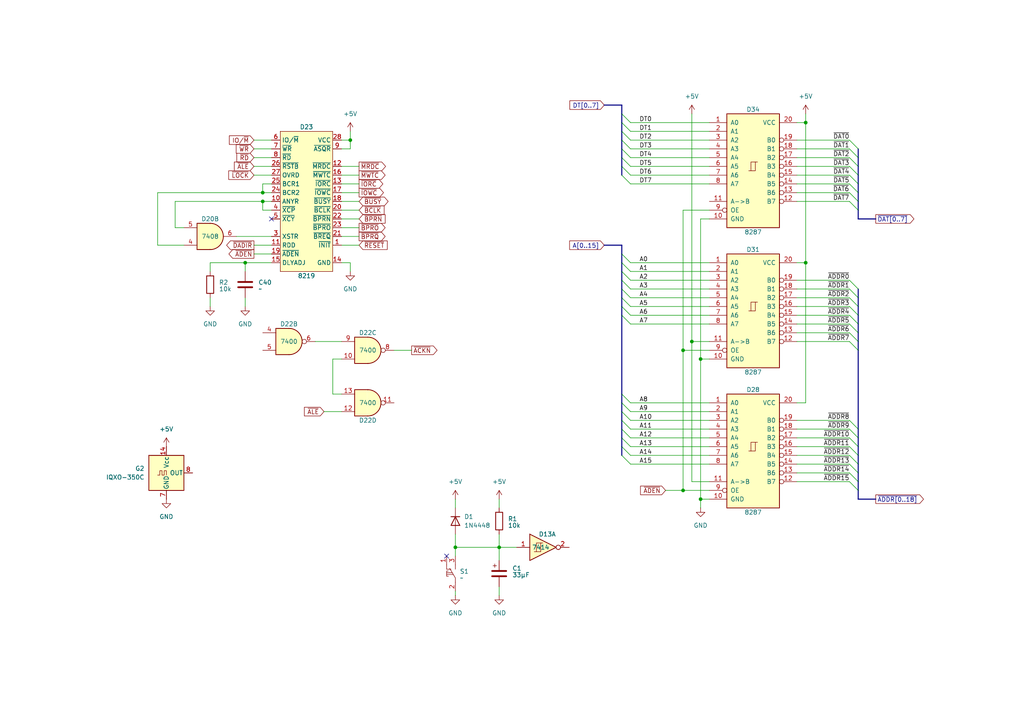
<source format=kicad_sch>
(kicad_sch (version 20250114) (generator "eeschema") (generator_version "9.0")
  (paper "A4")
  (title_block (title "Micro Processor Unit"))
  (lib_symbols
    (symbol "74LS00_1" (pin_names (offset 1.016))
      (property "Reference" "D" (at 0 5.08 0))
      (property "Value" "7400" (at 0 0 0))
      (symbol "74LS00_1_1_1"
        (pin input line (at -7.62 2.54 0) (length 3.81) (name "~") (number "1"))
        (pin input line (at -7.62 -2.54 0) (length 3.81) (name "~") (number "2"))
        (pin output inverted (at 7.62 0 180) (length 3.81) (name "~") (number "3"))
      )
      (symbol "74LS00_1_1_2"
        (pin input inverted (at -7.62 2.54 0) (length 4.318) (name "~") (number "1"))
        (pin input inverted (at -7.62 -2.54 0) (length 4.318) (name "~") (number "2"))
        (pin output line (at 7.62 0 180) (length 3.81) (name "~") (number "3"))
      )
      (symbol "74LS00_1_2_1"
        (pin input line (at -7.62 2.54 0) (length 3.81) (name "~") (number "4"))
        (pin input line (at -7.62 -2.54 0) (length 3.81) (name "~") (number "5"))
        (pin output inverted (at 7.62 0 180) (length 3.81) (name "~") (number "6"))
      )
      (symbol "74LS00_1_2_2"
        (pin input inverted (at -7.62 2.54 0) (length 4.318) (name "~") (number "4"))
        (pin input inverted (at -7.62 -2.54 0) (length 4.318) (name "~") (number "5"))
        (pin output line (at 7.62 0 180) (length 3.81) (name "~") (number "6"))
      )
      (symbol "74LS00_1_3_1"
        (pin input line (at -7.62 2.54 0) (length 3.81) (name "~") (number "9"))
        (pin input line (at -7.62 -2.54 0) (length 3.81) (name "~") (number "10"))
        (pin output inverted (at 7.62 0 180) (length 3.81) (name "~") (number "8"))
      )
      (symbol "74LS00_1_3_2"
        (pin input inverted (at -7.62 2.54 0) (length 4.318) (name "~") (number "9"))
        (pin input inverted (at -7.62 -2.54 0) (length 4.318) (name "~") (number "10"))
        (pin output line (at 7.62 0 180) (length 3.81) (name "~") (number "8"))
      )
      (symbol "74LS00_1_4_1"
        (pin input line (at -7.62 2.54 0) (length 3.81) (name "~") (number "12"))
        (pin input line (at -7.62 -2.54 0) (length 3.81) (name "~") (number "13"))
        (pin output inverted (at 7.62 0 180) (length 3.81) (name "~") (number "11"))
      )
      (symbol "74LS00_1_4_2"
        (pin input inverted (at -7.62 2.54 0) (length 4.318) (name "~") (number "12"))
        (pin input inverted (at -7.62 -2.54 0) (length 4.318) (name "~") (number "13"))
        (pin output line (at 7.62 0 180) (length 3.81) (name "~") (number "11"))
      )
      (symbol "74LS00_1_5_0"
        (pin power_in line (at 0 12.7 270) (length 5.08) (name "VCC") (number "14"))
        (pin power_in line (at 0 -12.7 90) (length 5.08) (name "GND") (number "7"))
      )
    )
    (symbol "74LS00_2" (pin_names (offset 1.016))
      (property "Reference" "D" (at 0 5.08 0))
      (property "Value" "7400" (at 0 0 0))
      (symbol "74LS00_2_1_1"
        (pin input line (at -7.62 2.54 0) (length 3.81) (name "~") (number "1"))
        (pin input line (at -7.62 -2.54 0) (length 3.81) (name "~") (number "2"))
        (pin output inverted (at 7.62 0 180) (length 3.81) (name "~") (number "3"))
      )
      (symbol "74LS00_2_1_2"
        (pin input inverted (at -7.62 2.54 0) (length 4.318) (name "~") (number "1"))
        (pin input inverted (at -7.62 -2.54 0) (length 4.318) (name "~") (number "2"))
        (pin output line (at 7.62 0 180) (length 3.81) (name "~") (number "3"))
      )
      (symbol "74LS00_2_2_1"
        (pin input line (at -7.62 2.54 0) (length 3.81) (name "~") (number "4"))
        (pin input line (at -7.62 -2.54 0) (length 3.81) (name "~") (number "5"))
        (pin output inverted (at 7.62 0 180) (length 3.81) (name "~") (number "6"))
      )
      (symbol "74LS00_2_2_2"
        (pin input inverted (at -7.62 2.54 0) (length 4.318) (name "~") (number "4"))
        (pin input inverted (at -7.62 -2.54 0) (length 4.318) (name "~") (number "5"))
        (pin output line (at 7.62 0 180) (length 3.81) (name "~") (number "6"))
      )
      (symbol "74LS00_2_3_1"
        (pin input line (at -7.62 2.54 0) (length 3.81) (name "~") (number "9"))
        (pin input line (at -7.62 -2.54 0) (length 3.81) (name "~") (number "10"))
        (pin output inverted (at 7.62 0 180) (length 3.81) (name "~") (number "8"))
      )
      (symbol "74LS00_2_3_2"
        (pin input inverted (at -7.62 2.54 0) (length 4.318) (name "~") (number "9"))
        (pin input inverted (at -7.62 -2.54 0) (length 4.318) (name "~") (number "10"))
        (pin output line (at 7.62 0 180) (length 3.81) (name "~") (number "8"))
      )
      (symbol "74LS00_2_4_1"
        (pin input line (at -7.62 2.54 0) (length 3.81) (name "~") (number "12"))
        (pin input line (at -7.62 -2.54 0) (length 3.81) (name "~") (number "13"))
        (pin output inverted (at 7.62 0 180) (length 3.81) (name "~") (number "11"))
      )
      (symbol "74LS00_2_4_2"
        (pin input inverted (at -7.62 2.54 0) (length 4.318) (name "~") (number "12"))
        (pin input inverted (at -7.62 -2.54 0) (length 4.318) (name "~") (number "13"))
        (pin output line (at 7.62 0 180) (length 3.81) (name "~") (number "11"))
      )
      (symbol "74LS00_2_5_0"
        (pin power_in line (at 0 12.7 270) (length 5.08) (name "VCC") (number "14"))
        (pin power_in line (at 0 -12.7 90) (length 5.08) (name "GND") (number "7"))
      )
    )
    (symbol "74LS00_3" (pin_names (offset 1.016))
      (property "Reference" "D" (at 0 5.08 0))
      (property "Value" "7400" (at 0 0 0))
      (symbol "74LS00_3_1_1"
        (pin input line (at -7.62 2.54 0) (length 3.81) (name "~") (number "1"))
        (pin input line (at -7.62 -2.54 0) (length 3.81) (name "~") (number "2"))
        (pin output inverted (at 7.62 0 180) (length 3.81) (name "~") (number "3"))
      )
      (symbol "74LS00_3_1_2"
        (pin input inverted (at -7.62 2.54 0) (length 4.318) (name "~") (number "1"))
        (pin input inverted (at -7.62 -2.54 0) (length 4.318) (name "~") (number "2"))
        (pin output line (at 7.62 0 180) (length 3.81) (name "~") (number "3"))
      )
      (symbol "74LS00_3_2_1"
        (pin input line (at -7.62 2.54 0) (length 3.81) (name "~") (number "4"))
        (pin input line (at -7.62 -2.54 0) (length 3.81) (name "~") (number "5"))
        (pin output inverted (at 7.62 0 180) (length 3.81) (name "~") (number "6"))
      )
      (symbol "74LS00_3_2_2"
        (pin input inverted (at -7.62 2.54 0) (length 4.318) (name "~") (number "4"))
        (pin input inverted (at -7.62 -2.54 0) (length 4.318) (name "~") (number "5"))
        (pin output line (at 7.62 0 180) (length 3.81) (name "~") (number "6"))
      )
      (symbol "74LS00_3_3_1"
        (pin input line (at -7.62 2.54 0) (length 3.81) (name "~") (number "9"))
        (pin input line (at -7.62 -2.54 0) (length 3.81) (name "~") (number "10"))
        (pin output inverted (at 7.62 0 180) (length 3.81) (name "~") (number "8"))
      )
      (symbol "74LS00_3_3_2"
        (pin input inverted (at -7.62 2.54 0) (length 4.318) (name "~") (number "9"))
        (pin input inverted (at -7.62 -2.54 0) (length 4.318) (name "~") (number "10"))
        (pin output line (at 7.62 0 180) (length 3.81) (name "~") (number "8"))
      )
      (symbol "74LS00_3_4_1"
        (pin input line (at -7.62 2.54 0) (length 3.81) (name "~") (number "12"))
        (pin input line (at -7.62 -2.54 0) (length 3.81) (name "~") (number "13"))
        (pin output inverted (at 7.62 0 180) (length 3.81) (name "~") (number "11"))
      )
      (symbol "74LS00_3_4_2"
        (pin input inverted (at -7.62 2.54 0) (length 4.318) (name "~") (number "12"))
        (pin input inverted (at -7.62 -2.54 0) (length 4.318) (name "~") (number "13"))
        (pin output line (at 7.62 0 180) (length 3.81) (name "~") (number "11"))
      )
      (symbol "74LS00_3_5_0"
        (pin power_in line (at 0 12.7 270) (length 5.08) (name "VCC") (number "14"))
        (pin power_in line (at 0 -12.7 90) (length 5.08) (name "GND") (number "7"))
      )
    )
    (symbol "Diode:1N4448" (pin_numbers (hide yes)) (pin_names (hide yes))
      (property "Reference" "D" (at 0 2.54 0))
      (property "Value" "1N4448" (at 0 -2.54 0))
      (symbol "1N4448_1_1"
        (pin passive line (at -3.81 0 0) (length 2.54) (name "K") (number "1"))
        (pin passive line (at 3.81 0 180) (length 2.54) (name "A") (number "2"))
      )
    )
    (symbol "Georg:1840.6131"
      (property "Reference" "S" (at 0 -1.27 0))
      (symbol "1840.6131_0_0"
        (pin passive line (at -5.08 0 0) (length 2.54) (name "") (number "2"))
        (pin passive line (at 5.08 2.54 180) (length 2.54) (name "") (number "1"))
        (pin passive line (at 5.08 0 180) (length 2.54) (name "") (number "3"))
      )
    )
    (symbol "Georg:74LS08" (pin_names (offset 1.016))
      (property "Reference" "D" (at 0 5.08 0))
      (property "Value" "7408" (at 0 0 0))
      (symbol "74LS08_1_1"
        (pin input line (at -7.62 2.54 0) (length 3.81) (name "~") (number "1"))
        (pin input line (at -7.62 -2.54 0) (length 3.81) (name "~") (number "2"))
        (pin output line (at 7.62 0 180) (length 3.81) (name "~") (number "3"))
      )
      (symbol "74LS08_1_2"
        (pin input inverted (at -7.62 2.54 0) (length 4.318) (name "~") (number "1"))
        (pin input inverted (at -7.62 -2.54 0) (length 4.318) (name "~") (number "2"))
        (pin output inverted (at 7.62 0 180) (length 3.81) (name "~") (number "3"))
      )
      (symbol "74LS08_2_1"
        (pin input line (at -7.62 2.54 0) (length 3.81) (name "~") (number "4"))
        (pin input line (at -7.62 -2.54 0) (length 3.81) (name "~") (number "5"))
        (pin output line (at 7.62 0 180) (length 3.81) (name "~") (number "6"))
      )
      (symbol "74LS08_2_2"
        (pin input inverted (at -7.62 2.54 0) (length 4.318) (name "~") (number "4"))
        (pin input inverted (at -7.62 -2.54 0) (length 4.318) (name "~") (number "5"))
        (pin output inverted (at 7.62 0 180) (length 3.81) (name "~") (number "6"))
      )
      (symbol "74LS08_3_1"
        (pin input line (at -7.62 2.54 0) (length 3.81) (name "~") (number "9"))
        (pin input line (at -7.62 -2.54 0) (length 3.81) (name "~") (number "10"))
        (pin output line (at 7.62 0 180) (length 3.81) (name "~") (number "8"))
      )
      (symbol "74LS08_3_2"
        (pin input inverted (at -7.62 2.54 0) (length 4.318) (name "~") (number "9"))
        (pin input inverted (at -7.62 -2.54 0) (length 4.318) (name "~") (number "10"))
        (pin output inverted (at 7.62 0 180) (length 3.81) (name "~") (number "8"))
      )
      (symbol "74LS08_4_1"
        (pin input line (at -7.62 2.54 0) (length 3.81) (name "~") (number "12"))
        (pin input line (at -7.62 -2.54 0) (length 3.81) (name "~") (number "13"))
        (pin output line (at 7.62 0 180) (length 3.81) (name "~") (number "11"))
      )
      (symbol "74LS08_4_2"
        (pin input inverted (at -7.62 2.54 0) (length 4.318) (name "~") (number "12"))
        (pin input inverted (at -7.62 -2.54 0) (length 4.318) (name "~") (number "13"))
        (pin output inverted (at 7.62 0 180) (length 3.81) (name "~") (number "11"))
      )
      (symbol "74LS08_5_0"
        (pin power_in line (at 0 12.7 270) (length 5.08) (name "VCC") (number "14"))
        (pin power_in line (at 0 -12.7 90) (length 5.08) (name "GND") (number "7"))
      )
    )
    (symbol "Georg:74LS14" (pin_names (offset 1.016))
      (property "Reference" "D" (at 1.27 3.81 0))
      (property "Value" "7414" (at -0.635 0 0))
      (symbol "74LS14_1_0"
        (pin input line (at -7.62 0 0) (length 3.81) (name "~") (number "1"))
        (pin output inverted (at 7.62 0 180) (length 3.81) (name "~") (number "2"))
      )
      (symbol "74LS14_2_0"
        (pin input line (at -7.62 0 0) (length 3.81) (name "~") (number "3"))
        (pin output inverted (at 7.62 0 180) (length 3.81) (name "~") (number "4"))
      )
      (symbol "74LS14_3_0"
        (pin input line (at -7.62 0 0) (length 3.81) (name "~") (number "5"))
        (pin output inverted (at 7.62 0 180) (length 3.81) (name "~") (number "6"))
      )
      (symbol "74LS14_4_0"
        (pin input line (at -7.62 0 0) (length 3.81) (name "~") (number "9"))
        (pin output inverted (at 7.62 0 180) (length 3.81) (name "~") (number "8"))
      )
      (symbol "74LS14_5_0"
        (pin input line (at -7.62 0 0) (length 3.81) (name "~") (number "11"))
        (pin output inverted (at 7.62 0 180) (length 3.81) (name "~") (number "10"))
      )
      (symbol "74LS14_6_0"
        (pin input line (at -7.62 0 0) (length 3.81) (name "~") (number "13"))
        (pin output inverted (at 7.62 0 180) (length 3.81) (name "~") (number "12"))
      )
      (symbol "74LS14_7_0"
        (pin power_in line (at 0 12.7 270) (length 5.08) (name "VCC") (number "14"))
        (pin power_in line (at 0 -12.7 90) (length 5.08) (name "GND") (number "7"))
      )
    )
    (symbol "Georg:8219"
      (property "Reference" "D" (at 0 1.27 0))
      (property "Value" "8219" (at 0 -41.91 0))
      (symbol "8219_0_0"
        (pin power_in line (at 10.16 -2.54 180) (length 2.54) (name "VCC") (number "28"))
        (pin power_in line (at 10.16 -38.1 180) (length 2.54) (name "GND") (number "14"))
      )
      (symbol "8219_1_0"
        (pin input line (at -10.16 -2.54 0) (length 2.54) (name "IO/~{M}") (number "6"))
        (pin input line (at -10.16 -5.08 0) (length 2.54) (name "~{WR}") (number "7"))
        (pin input line (at -10.16 -7.62 0) (length 2.54) (name "~{RD}") (number "8"))
        (pin input line (at -10.16 -10.16 0) (length 2.54) (name "~{RSTB}") (number "26"))
        (pin input line (at -10.16 -12.7 0) (length 2.54) (name "OVRD") (number "27"))
        (pin input line (at -10.16 -15.24 0) (length 2.54) (name "BCR1") (number "25"))
        (pin input line (at -10.16 -17.78 0) (length 2.54) (name "BCR2") (number "24"))
        (pin output line (at -10.16 -20.32 0) (length 2.54) (name "ANYR") (number "10"))
        (pin input line (at -10.16 -22.86 0) (length 2.54) (name "~{XCP}") (number "4"))
        (pin output line (at -10.16 -25.4 0) (length 2.54) (name "~{XCY}") (number "5"))
        (pin no_connect line (at -10.16 -27.94 0) (length 2.54) (hide yes) (name "NC") (number "2"))
        (pin input line (at -10.16 -30.48 0) (length 2.54) (name "XSTR") (number "3"))
        (pin output line (at -10.16 -33.02 0) (length 2.54) (name "RDD") (number "11"))
        (pin output line (at -10.16 -35.56 0) (length 2.54) (name "~{ADEN}") (number "19"))
        (pin passive line (at -10.16 -38.1 0) (length 2.54) (name "DLYADJ") (number "15"))
        (pin input line (at 10.16 -5.08 180) (length 2.54) (name "~{ASQR}") (number "9"))
        (pin output line (at 10.16 -10.16 180) (length 2.54) (name "~{MRDC}") (number "12"))
        (pin output line (at 10.16 -12.7 180) (length 2.54) (name "~{MWTC}") (number "16"))
        (pin output line (at 10.16 -15.24 180) (length 2.54) (name "~{IORC}") (number "13"))
        (pin output line (at 10.16 -17.78 180) (length 2.54) (name "~{IOWC}") (number "17"))
        (pin bidirectional line (at 10.16 -20.32 180) (length 2.54) (name "~{BUSY}") (number "18"))
        (pin input line (at 10.16 -22.86 180) (length 2.54) (name "~{BCLK}") (number "20"))
        (pin input line (at 10.16 -25.4 180) (length 2.54) (name "~{BPRN}") (number "22"))
        (pin output line (at 10.16 -27.94 180) (length 2.54) (name "~{BPRO}") (number "23"))
        (pin output line (at 10.16 -30.48 180) (length 2.54) (name "~{BREQ}") (number "21"))
        (pin input line (at 10.16 -33.02 180) (length 2.54) (name "~{INIT}") (number "1"))
      )
    )
    (symbol "Georg:8287" (pin_names (offset 1.016))
      (property "Reference" "D" (at 0 16.51 0))
      (property "Value" "8287" (at 0 -19.05 0))
      (symbol "8287_1_0"
        (pin bidirectional line (at -12.7 12.7 0) (length 5.08) (name "A0") (number "1"))
        (pin bidirectional line (at -12.7 10.16 0) (length 5.08) (name "A1") (number "2"))
        (pin bidirectional line (at -12.7 7.62 0) (length 5.08) (name "A2") (number "3"))
        (pin bidirectional line (at -12.7 5.08 0) (length 5.08) (name "A3") (number "4"))
        (pin bidirectional line (at -12.7 2.54 0) (length 5.08) (name "A4") (number "5"))
        (pin bidirectional line (at -12.7 0 0) (length 5.08) (name "A5") (number "6"))
        (pin bidirectional line (at -12.7 -2.54 0) (length 5.08) (name "A6") (number "7"))
        (pin bidirectional line (at -12.7 -5.08 0) (length 5.08) (name "A7") (number "8"))
        (pin input line (at -12.7 -10.16 0) (length 5.08) (name "A->B") (number "11"))
        (pin input inverted (at -12.7 -12.7 0) (length 5.08) (name "OE") (number "9"))
        (pin power_in line (at -12.7 -15.24 0) (length 5.08) (name "GND") (number "10"))
        (pin power_in line (at 12.7 12.7 180) (length 5.08) (name "VCC") (number "20"))
        (pin bidirectional inverted (at 12.7 7.62 180) (length 5.08) (name "B0") (number "19"))
        (pin bidirectional inverted (at 12.7 5.08 180) (length 5.08) (name "B1") (number "18"))
        (pin bidirectional inverted (at 12.7 2.54 180) (length 5.08) (name "B2") (number "17"))
        (pin bidirectional inverted (at 12.7 0 180) (length 5.08) (name "B3") (number "16"))
        (pin bidirectional inverted (at 12.7 -2.54 180) (length 5.08) (name "B4") (number "15"))
        (pin bidirectional inverted (at 12.7 -5.08 180) (length 5.08) (name "B5") (number "14"))
        (pin bidirectional inverted (at 12.7 -7.62 180) (length 5.08) (name "B6") (number "13"))
        (pin bidirectional inverted (at 12.7 -10.16 180) (length 5.08) (name "B7") (number "12"))
      )
    )
    (symbol "Georg:CP_5.08mm" (pin_numbers (hide yes)) (pin_names (offset 0.254))
      (property "Reference" "C" (at 0.635 2.54 0))
      (symbol "CP_5.08mm_1_1"
        (pin passive line (at 0 3.81 270) (length 2.794) (name "~") (number "1"))
        (pin passive line (at 0 -3.81 90) (length 2.794) (name "~") (number "2"))
      )
    )
    (symbol "Georg:C_5.08mm" (pin_numbers (hide yes)) (pin_names (offset 0.254))
      (property "Reference" "C" (at 0.635 2.54 0))
      (symbol "C_5.08mm_1_1"
        (pin passive line (at 0 3.81 270) (length 2.794) (name "~") (number "1"))
        (pin passive line (at 0 -3.81 90) (length 2.794) (name "~") (number "2"))
      )
    )
    (symbol "Georg:IQXO-350C" (pin_names (offset 0.254))
      (property "Reference" "G" (at -5.08 6.35 0))
      (property "Value" "IQXO-350C" (at 1.27 -6.35 0))
      (symbol "IQXO-350C_1_1"
        (pin no_connect line (at -7.62 0 0) (length 2.54) (hide yes) (name "NC") (number "1"))
        (pin power_in line (at 0 7.62 270) (length 2.54) (name "Vcc") (number "14"))
        (pin power_in line (at 0 -7.62 90) (length 2.54) (name "GND") (number "7"))
        (pin output line (at 7.62 0 180) (length 2.54) (name "OUT") (number "8"))
      )
    )
    (symbol "Georg:R_10.16mm" (pin_numbers (hide yes)) (pin_names (offset 0.254) (hide yes))
      (property "Reference" "R" (at 1.27 0 0))
      (symbol "R_10.16mm_1_1"
        (pin passive line (at 0 3.81 270) (length 1.27) (name "~") (number "2"))
        (pin passive line (at 0 -3.81 90) (length 1.27) (name "~") (number "1"))
      )
    )
    (symbol "power:+5V" (power) (pin_numbers (hide yes)) (pin_names (offset 0) (hide yes))
      (property "Value" "+5V" (at 0 3.556 0))
      (symbol "+5V_1_1"
        (pin power_in line (at 0 0 90) (length 0) (name "~") (number "1"))
      )
    )
    (symbol "power:GND" (power) (pin_numbers (hide yes)) (pin_names (offset 0) (hide yes))
      (property "Value" "GND" (at 0 -3.81 0))
      (symbol "GND_1_1"
        (pin power_in line (at 0 0 270) (length 0) (name "~") (number "1"))
      )
    )
  )
  (junction (at 71.12 76.2))
  (junction (at 76.2 55.88))
  (junction (at 233.68 76.2))
  (junction (at 233.68 35.56))
  (junction (at 203.2 144.78))
  (junction (at 132.08 158.75))
  (junction (at 144.78 158.75))
  (junction (at 101.6 40.64))
  (junction (at 200.66 99.06))
  (junction (at 198.12 142.24))
  (junction (at 203.2 104.14))
  (junction (at 198.12 101.6))
  (junction (at 76.2 58.42))
  (no_connect (at 129.54 161.29))
  (no_connect (at 78.74 63.5))
  (bus_entry (at 246.38 99.06) (size 2.54 2.54))
  (bus_entry (at 180.34 83.82) (size 2.54 2.54))
  (bus_entry (at 246.38 121.92) (size 2.54 2.54))
  (bus_entry (at 246.38 43.18) (size 2.54 2.54))
  (bus_entry (at 246.38 53.34) (size 2.54 2.54))
  (bus_entry (at 246.38 81.28) (size 2.54 2.54))
  (bus_entry (at 246.38 93.98) (size 2.54 2.54))
  (bus_entry (at 180.34 40.64) (size 2.54 2.54))
  (bus_entry (at 246.38 50.8) (size 2.54 2.54))
  (bus_entry (at 246.38 45.72) (size 2.54 2.54))
  (bus_entry (at 180.34 33.02) (size 2.54 2.54))
  (bus_entry (at 180.34 76.2) (size 2.54 2.54))
  (bus_entry (at 246.38 139.7) (size 2.54 2.54))
  (bus_entry (at 180.34 129.54) (size 2.54 2.54))
  (bus_entry (at 246.38 129.54) (size 2.54 2.54))
  (bus_entry (at 246.38 127) (size 2.54 2.54))
  (bus_entry (at 246.38 88.9) (size 2.54 2.54))
  (bus_entry (at 180.34 81.28) (size 2.54 2.54))
  (bus_entry (at 246.38 132.08) (size 2.54 2.54))
  (bus_entry (at 180.34 78.74) (size 2.54 2.54))
  (bus_entry (at 246.38 96.52) (size 2.54 2.54))
  (bus_entry (at 180.34 132.08) (size 2.54 2.54))
  (bus_entry (at 246.38 83.82) (size 2.54 2.54))
  (bus_entry (at 180.34 43.18) (size 2.54 2.54))
  (bus_entry (at 180.34 48.26) (size 2.54 2.54))
  (bus_entry (at 246.38 91.44) (size 2.54 2.54))
  (bus_entry (at 246.38 55.88) (size 2.54 2.54))
  (bus_entry (at 180.34 38.1) (size 2.54 2.54))
  (bus_entry (at 246.38 86.36) (size 2.54 2.54))
  (bus_entry (at 180.34 35.56) (size 2.54 2.54))
  (bus_entry (at 180.34 121.92) (size 2.54 2.54))
  (bus_entry (at 246.38 124.46) (size 2.54 2.54))
  (bus_entry (at 180.34 45.72) (size 2.54 2.54))
  (bus_entry (at 180.34 86.36) (size 2.54 2.54))
  (bus_entry (at 246.38 40.64) (size 2.54 2.54))
  (bus_entry (at 180.34 91.44) (size 2.54 2.54))
  (bus_entry (at 180.34 124.46) (size 2.54 2.54))
  (bus_entry (at 180.34 127) (size 2.54 2.54))
  (bus_entry (at 180.34 119.38) (size 2.54 2.54))
  (bus_entry (at 180.34 88.9) (size 2.54 2.54))
  (bus_entry (at 246.38 134.62) (size 2.54 2.54))
  (bus_entry (at 180.34 116.84) (size 2.54 2.54))
  (bus_entry (at 180.34 114.3) (size 2.54 2.54))
  (bus_entry (at 246.38 58.42) (size 2.54 2.54))
  (bus_entry (at 180.34 50.8) (size 2.54 2.54))
  (bus_entry (at 246.38 137.16) (size 2.54 2.54))
  (bus_entry (at 246.38 48.26) (size 2.54 2.54))
  (bus_entry (at 180.34 73.66) (size 2.54 2.54))
  (wire (pts (xy 99.06 104.14) (xy 96.52 104.14)))
  (bus (pts (xy 248.92 43.18) (xy 248.92 45.72)))
  (wire (pts (xy 96.52 114.3) (xy 99.06 114.3)))
  (wire (pts (xy 76.2 55.88) (xy 76.2 53.34)))
  (wire (pts (xy 60.96 76.2) (xy 60.96 78.74)))
  (wire (pts (xy 99.06 63.5) (xy 104.14 63.5)))
  (wire (pts (xy 182.88 119.38) (xy 205.74 119.38)))
  (wire (pts (xy 78.74 55.88) (xy 76.2 55.88)))
  (bus (pts (xy 180.34 71.12) (xy 180.34 73.66)))
  (wire (pts (xy 99.06 40.64) (xy 101.6 40.64)))
  (wire (pts (xy 231.14 53.34) (xy 246.38 53.34)))
  (bus (pts (xy 248.92 96.52) (xy 248.92 99.06)))
  (wire (pts (xy 68.58 68.58) (xy 78.74 68.58)))
  (wire (pts (xy 101.6 40.64) (xy 101.6 38.1)))
  (wire (pts (xy 205.74 142.24) (xy 198.12 142.24)))
  (wire (pts (xy 231.14 88.9) (xy 246.38 88.9)))
  (wire (pts (xy 231.14 93.98) (xy 246.38 93.98)))
  (wire (pts (xy 231.14 55.88) (xy 246.38 55.88)))
  (bus (pts (xy 248.92 134.62) (xy 248.92 137.16)))
  (bus (pts (xy 175.26 71.12) (xy 180.34 71.12)))
  (bus (pts (xy 248.92 60.96) (xy 248.92 63.5)))
  (wire (pts (xy 73.66 43.18) (xy 78.74 43.18)))
  (wire (pts (xy 231.14 50.8) (xy 246.38 50.8)))
  (wire (pts (xy 231.14 45.72) (xy 246.38 45.72)))
  (wire (pts (xy 182.88 50.8) (xy 205.74 50.8)))
  (wire (pts (xy 182.88 38.1) (xy 205.74 38.1)))
  (wire (pts (xy 231.14 116.84) (xy 233.68 116.84)))
  (wire (pts (xy 231.14 58.42) (xy 246.38 58.42)))
  (wire (pts (xy 50.8 66.04) (xy 53.34 66.04)))
  (wire (pts (xy 76.2 60.96) (xy 76.2 58.42)))
  (bus (pts (xy 248.92 99.06) (xy 248.92 101.6)))
  (wire (pts (xy 182.88 45.72) (xy 205.74 45.72)))
  (wire (pts (xy 99.06 60.96) (xy 104.14 60.96)))
  (wire (pts (xy 182.88 43.18) (xy 205.74 43.18)))
  (bus (pts (xy 248.92 139.7) (xy 248.92 142.24)))
  (bus (pts (xy 180.34 30.48) (xy 180.34 33.02)))
  (wire (pts (xy 231.14 35.56) (xy 233.68 35.56)))
  (wire (pts (xy 182.88 132.08) (xy 205.74 132.08)))
  (wire (pts (xy 78.74 60.96) (xy 76.2 60.96)))
  (wire (pts (xy 101.6 76.2) (xy 101.6 78.74)))
  (wire (pts (xy 78.74 76.2) (xy 71.12 76.2)))
  (wire (pts (xy 182.88 76.2) (xy 205.74 76.2)))
  (wire (pts (xy 182.88 53.34) (xy 205.74 53.34)))
  (wire (pts (xy 231.14 127) (xy 246.38 127)))
  (bus (pts (xy 248.92 137.16) (xy 248.92 139.7)))
  (wire (pts (xy 73.66 73.66) (xy 78.74 73.66)))
  (bus (pts (xy 248.92 45.72) (xy 248.92 48.26)))
  (bus (pts (xy 180.34 38.1) (xy 180.34 40.64)))
  (wire (pts (xy 233.68 35.56) (xy 233.68 76.2)))
  (bus (pts (xy 248.92 129.54) (xy 248.92 132.08)))
  (bus (pts (xy 180.34 73.66) (xy 180.34 76.2)))
  (bus (pts (xy 180.34 86.36) (xy 180.34 88.9)))
  (bus (pts (xy 248.92 144.78) (xy 254 144.78)))
  (wire (pts (xy 71.12 76.2) (xy 71.12 78.74)))
  (wire (pts (xy 99.06 43.18) (xy 101.6 43.18)))
  (wire (pts (xy 231.14 91.44) (xy 246.38 91.44)))
  (wire (pts (xy 76.2 58.42) (xy 50.8 58.42)))
  (wire (pts (xy 182.88 91.44) (xy 205.74 91.44)))
  (wire (pts (xy 99.06 53.34) (xy 104.14 53.34)))
  (wire (pts (xy 182.88 121.92) (xy 205.74 121.92)))
  (bus (pts (xy 248.92 127) (xy 248.92 129.54)))
  (bus (pts (xy 248.92 88.9) (xy 248.92 91.44)))
  (wire (pts (xy 231.14 139.7) (xy 246.38 139.7)))
  (bus (pts (xy 175.26 30.48) (xy 180.34 30.48)))
  (wire (pts (xy 114.3 101.6) (xy 119.38 101.6)))
  (bus (pts (xy 180.34 45.72) (xy 180.34 48.26)))
  (wire (pts (xy 231.14 129.54) (xy 246.38 129.54)))
  (wire (pts (xy 182.88 78.74) (xy 205.74 78.74)))
  (bus (pts (xy 180.34 33.02) (xy 180.34 35.56)))
  (wire (pts (xy 233.68 35.56) (xy 233.68 33.02)))
  (wire (pts (xy 76.2 53.34) (xy 78.74 53.34)))
  (wire (pts (xy 144.78 158.75) (xy 149.86 158.75)))
  (bus (pts (xy 180.34 88.9) (xy 180.34 91.44)))
  (wire (pts (xy 99.06 66.04) (xy 104.14 66.04)))
  (wire (pts (xy 233.68 76.2) (xy 233.68 116.84)))
  (wire (pts (xy 60.96 86.36) (xy 60.96 88.9)))
  (bus (pts (xy 248.92 53.34) (xy 248.92 55.88)))
  (bus (pts (xy 248.92 132.08) (xy 248.92 134.62)))
  (wire (pts (xy 231.14 81.28) (xy 246.38 81.28)))
  (wire (pts (xy 96.52 104.14) (xy 96.52 114.3)))
  (wire (pts (xy 182.88 81.28) (xy 205.74 81.28)))
  (wire (pts (xy 73.66 45.72) (xy 78.74 45.72)))
  (wire (pts (xy 200.66 33.02) (xy 200.66 99.06)))
  (wire (pts (xy 182.88 48.26) (xy 205.74 48.26)))
  (bus (pts (xy 180.34 43.18) (xy 180.34 45.72)))
  (bus (pts (xy 248.92 86.36) (xy 248.92 88.9)))
  (wire (pts (xy 198.12 60.96) (xy 198.12 101.6)))
  (wire (pts (xy 45.72 55.88) (xy 45.72 71.12)))
  (bus (pts (xy 180.34 40.64) (xy 180.34 43.18)))
  (wire (pts (xy 71.12 76.2) (xy 60.96 76.2)))
  (wire (pts (xy 182.88 40.64) (xy 205.74 40.64)))
  (wire (pts (xy 99.06 50.8) (xy 104.14 50.8)))
  (wire (pts (xy 198.12 142.24) (xy 198.12 101.6)))
  (wire (pts (xy 45.72 71.12) (xy 53.34 71.12)))
  (wire (pts (xy 182.88 124.46) (xy 205.74 124.46)))
  (wire (pts (xy 182.88 116.84) (xy 205.74 116.84)))
  (bus (pts (xy 180.34 121.92) (xy 180.34 124.46)))
  (bus (pts (xy 248.92 142.24) (xy 248.92 144.78)))
  (wire (pts (xy 73.66 50.8) (xy 78.74 50.8)))
  (bus (pts (xy 180.34 129.54) (xy 180.34 132.08)))
  (bus (pts (xy 248.92 93.98) (xy 248.92 96.52)))
  (wire (pts (xy 200.66 139.7) (xy 200.66 99.06)))
  (wire (pts (xy 99.06 68.58) (xy 104.14 68.58)))
  (wire (pts (xy 231.14 124.46) (xy 246.38 124.46)))
  (wire (pts (xy 205.74 60.96) (xy 198.12 60.96)))
  (bus (pts (xy 248.92 50.8) (xy 248.92 53.34)))
  (bus (pts (xy 180.34 114.3) (xy 180.34 116.84)))
  (wire (pts (xy 132.08 154.94) (xy 132.08 158.75)))
  (bus (pts (xy 180.34 124.46) (xy 180.34 127)))
  (bus (pts (xy 248.92 58.42) (xy 248.92 60.96)))
  (wire (pts (xy 99.06 58.42) (xy 104.14 58.42)))
  (bus (pts (xy 248.92 91.44) (xy 248.92 93.98)))
  (bus (pts (xy 248.92 124.46) (xy 248.92 127)))
  (bus (pts (xy 180.34 127) (xy 180.34 129.54)))
  (wire (pts (xy 231.14 83.82) (xy 246.38 83.82)))
  (bus (pts (xy 180.34 91.44) (xy 180.34 114.3)))
  (wire (pts (xy 182.88 93.98) (xy 205.74 93.98)))
  (wire (pts (xy 144.78 170.18) (xy 144.78 172.72)))
  (wire (pts (xy 203.2 104.14) (xy 205.74 104.14)))
  (wire (pts (xy 182.88 86.36) (xy 205.74 86.36)))
  (bus (pts (xy 248.92 55.88) (xy 248.92 58.42)))
  (wire (pts (xy 182.88 127) (xy 205.74 127)))
  (bus (pts (xy 180.34 81.28) (xy 180.34 83.82)))
  (wire (pts (xy 200.66 99.06) (xy 205.74 99.06)))
  (wire (pts (xy 203.2 144.78) (xy 203.2 147.32)))
  (wire (pts (xy 99.06 48.26) (xy 104.14 48.26)))
  (wire (pts (xy 132.08 171.45) (xy 132.08 172.72)))
  (wire (pts (xy 231.14 137.16) (xy 246.38 137.16)))
  (wire (pts (xy 193.04 142.24) (xy 198.12 142.24)))
  (wire (pts (xy 182.88 83.82) (xy 205.74 83.82)))
  (wire (pts (xy 182.88 35.56) (xy 205.74 35.56)))
  (wire (pts (xy 50.8 58.42) (xy 50.8 66.04)))
  (wire (pts (xy 73.66 48.26) (xy 78.74 48.26)))
  (wire (pts (xy 231.14 40.64) (xy 246.38 40.64)))
  (wire (pts (xy 198.12 101.6) (xy 205.74 101.6)))
  (wire (pts (xy 76.2 55.88) (xy 45.72 55.88)))
  (wire (pts (xy 205.74 63.5) (xy 203.2 63.5)))
  (wire (pts (xy 144.78 154.94) (xy 144.78 158.75)))
  (wire (pts (xy 231.14 134.62) (xy 246.38 134.62)))
  (wire (pts (xy 93.98 119.38) (xy 99.06 119.38)))
  (wire (pts (xy 99.06 71.12) (xy 104.14 71.12)))
  (wire (pts (xy 101.6 43.18) (xy 101.6 40.64)))
  (wire (pts (xy 203.2 144.78) (xy 205.74 144.78)))
  (wire (pts (xy 132.08 158.75) (xy 144.78 158.75)))
  (bus (pts (xy 180.34 35.56) (xy 180.34 38.1)))
  (bus (pts (xy 248.92 101.6) (xy 248.92 124.46)))
  (bus (pts (xy 248.92 63.5) (xy 254 63.5)))
  (wire (pts (xy 231.14 132.08) (xy 246.38 132.08)))
  (wire (pts (xy 182.88 134.62) (xy 205.74 134.62)))
  (wire (pts (xy 91.44 99.06) (xy 99.06 99.06)))
  (wire (pts (xy 231.14 121.92) (xy 246.38 121.92)))
  (wire (pts (xy 203.2 104.14) (xy 203.2 144.78)))
  (bus (pts (xy 248.92 48.26) (xy 248.92 50.8)))
  (wire (pts (xy 231.14 86.36) (xy 246.38 86.36)))
  (wire (pts (xy 99.06 55.88) (xy 104.14 55.88)))
  (wire (pts (xy 76.2 58.42) (xy 78.74 58.42)))
  (wire (pts (xy 231.14 43.18) (xy 246.38 43.18)))
  (wire (pts (xy 231.14 99.06) (xy 246.38 99.06)))
  (wire (pts (xy 132.08 158.75) (xy 132.08 161.29)))
  (bus (pts (xy 180.34 48.26) (xy 180.34 50.8)))
  (wire (pts (xy 99.06 76.2) (xy 101.6 76.2)))
  (bus (pts (xy 180.34 78.74) (xy 180.34 81.28)))
  (wire (pts (xy 203.2 63.5) (xy 203.2 104.14)))
  (wire (pts (xy 231.14 76.2) (xy 233.68 76.2)))
  (wire (pts (xy 144.78 158.75) (xy 144.78 162.56)))
  (bus (pts (xy 180.34 116.84) (xy 180.34 119.38)))
  (wire (pts (xy 182.88 129.54) (xy 205.74 129.54)))
  (bus (pts (xy 180.34 119.38) (xy 180.34 121.92)))
  (wire (pts (xy 71.12 86.36) (xy 71.12 88.9)))
  (wire (pts (xy 182.88 88.9) (xy 205.74 88.9)))
  (wire (pts (xy 132.08 144.78) (xy 132.08 147.32)))
  (wire (pts (xy 144.78 144.78) (xy 144.78 147.32)))
  (wire (pts (xy 73.66 71.12) (xy 78.74 71.12)))
  (bus (pts (xy 180.34 76.2) (xy 180.34 78.74)))
  (wire (pts (xy 231.14 96.52) (xy 246.38 96.52)))
  (wire (pts (xy 205.74 139.7) (xy 200.66 139.7)))
  (bus (pts (xy 248.92 83.82) (xy 248.92 86.36)))
  (bus (pts (xy 180.34 83.82) (xy 180.34 86.36)))
  (wire (pts (xy 231.14 48.26) (xy 246.38 48.26)))
  (wire (pts (xy 73.66 40.64) (xy 78.74 40.64)))
  (label "~{ADDR2}" (at 246.38 86.36 180))
  (label "A15" (at 185.42 134.62 0))
  (label "A7" (at 185.42 93.98 0))
  (label "A8" (at 185.42 116.84 0))
  (label "DT0" (at 185.42 35.56 0))
  (label "~{ADDR12}" (at 246.38 132.08 180))
  (label "A5" (at 185.42 88.9 0))
  (label "~{DAT4}" (at 246.38 50.8 180))
  (label "A6" (at 185.42 91.44 0))
  (label "A13" (at 185.42 129.54 0))
  (label "~{ADDR8}" (at 246.38 121.92 180))
  (label "~{DAT7}" (at 246.3321 58.42 180))
  (label "~{ADDR6}" (at 246.38 96.52 180))
  (label "DT6" (at 185.42 50.8 0))
  (label "~{ADDR5}" (at 246.38 93.98 180))
  (label "~{DAT0}" (at 246.38 40.64 180))
  (label "~{DAT6}" (at 246.3321 55.88 180))
  (label "~{ADDR13}" (at 246.38 134.62 180))
  (label "~{DAT3}" (at 246.38 48.26 180))
  (label "A3" (at 185.42 83.82 0))
  (label "A2" (at 185.42 81.28 0))
  (label "DT5" (at 185.42 48.26 0))
  (label "DT4" (at 185.42 45.72 0))
  (label "~{ADDR10}" (at 246.38 127 180))
  (label "DT3" (at 185.42 43.18 0))
  (label "A9" (at 185.42 119.38 0))
  (label "~{ADDR1}" (at 246.38 83.82 180))
  (label "A11" (at 185.42 124.46 0))
  (label "A12" (at 185.42 127 0))
  (label "~{ADDR4}" (at 246.38 91.44 180))
  (label "A10" (at 185.42 121.92 0))
  (label "A4" (at 185.42 86.36 0))
  (label "A0" (at 185.42 76.2 0))
  (label "~{ADDR7}" (at 246.38 99.06 180))
  (label "~{ADDR14}" (at 246.38 137.16 180))
  (label "~{ADDR11}" (at 246.38 129.54 180))
  (label "~{ADDR0}" (at 246.38 81.28 180))
  (label "DT2" (at 185.42 40.64 0))
  (label "DT1" (at 185.42 38.1 0))
  (label "~{ADDR3}" (at 246.38 88.9 180))
  (label "DT7" (at 185.42 53.34 0))
  (label "~{ADDR15}" (at 246.3711 139.7 180))
  (label "A14" (at 185.42 132.08 0))
  (label "~{DAT5}" (at 246.38 53.34 180))
  (label "~{DAT2}" (at 246.38 45.72 180))
  (label "~{DAT1}" (at 246.38 43.18 180))
  (label "~{ADDR9}" (at 246.38 124.46 180))
  (label "A1" (at 185.42 78.74 0))
  (global_label "~{BPRO}" (shape output) (at 104.14 66.04 0) (property "Intersheetrefs" "${INTERSHEET_REFS}" (effects (hide yes))))
  (global_label "A[0..15]" (shape input) (at 175.26 71.12 180) (property "Intersheetrefs" "${INTERSHEET_REFS}" (effects (hide yes))))
  (global_label "~{ADEN}" (shape input) (at 193.04 142.24 180) (property "Intersheetrefs" "${INTERSHEET_REFS}" (effects (hide yes))))
  (global_label "~{BPRN}" (shape input) (at 104.14 63.5 0) (property "Intersheetrefs" "${INTERSHEET_REFS}" (effects (hide yes))))
  (global_label "~{RESET}" (shape input) (at 104.14 71.12 0) (property "Intersheetrefs" "${INTERSHEET_REFS}" (effects (hide yes))))
  (global_label "~{RD}" (shape input) (at 73.66 45.72 180) (property "Intersheetrefs" "${INTERSHEET_REFS}" (effects (hide yes))))
  (global_label "~{DADIR}" (shape output) (at 73.66 71.12 180) (property "Intersheetrefs" "${INTERSHEET_REFS}" (effects (hide yes))))
  (global_label "~{BCLK}" (shape input) (at 104.14 60.96 0) (property "Intersheetrefs" "${INTERSHEET_REFS}" (effects (hide yes))))
  (global_label "~{BPRQ}" (shape output) (at 104.14 68.58 0) (property "Intersheetrefs" "${INTERSHEET_REFS}" (effects (hide yes))))
  (global_label "~{DAT[0..7]}" (shape output) (at 254 63.5 0) (property "Intersheetrefs" "${INTERSHEET_REFS}" (effects (hide yes))))
  (global_label "~{ADEN}" (shape output) (at 73.66 73.66 180) (property "Intersheetrefs" "${INTERSHEET_REFS}" (effects (hide yes))))
  (global_label "~{ACKN}" (shape output) (at 119.38 101.6 0) (property "Intersheetrefs" "${INTERSHEET_REFS}" (effects (hide yes))))
  (global_label "~{BUSY}" (shape bidirectional) (at 104.14 58.42 0) (property "Intersheetrefs" "${INTERSHEET_REFS}" (effects (hide yes))))
  (global_label "IO{slash}~{M}" (shape input) (at 73.66 40.64 180) (property "Intersheetrefs" "${INTERSHEET_REFS}" (effects (hide yes))))
  (global_label "~{IORC}" (shape output) (at 104.14 53.34 0) (property "Intersheetrefs" "${INTERSHEET_REFS}" (effects (hide yes))))
  (global_label "~{IOWC}" (shape output) (at 104.14 55.88 0) (property "Intersheetrefs" "${INTERSHEET_REFS}" (effects (hide yes))))
  (global_label "~{ADDR[0..18]}" (shape output) (at 254 144.78 0) (property "Intersheetrefs" "${INTERSHEET_REFS}" (effects (hide yes))))
  (global_label "~{ALE}" (shape input) (at 93.98 119.38 180) (property "Intersheetrefs" "${INTERSHEET_REFS}" (effects (hide yes))))
  (global_label "~{LOCK}" (shape input) (at 73.66 50.8 180) (property "Intersheetrefs" "${INTERSHEET_REFS}" (effects (hide yes))))
  (global_label "~{MRDC}" (shape output) (at 104.14 48.26 0) (property "Intersheetrefs" "${INTERSHEET_REFS}" (effects (hide yes))))
  (global_label "~{WR}" (shape input) (at 73.66 43.18 180) (property "Intersheetrefs" "${INTERSHEET_REFS}" (effects (hide yes))))
  (global_label "~{MWTC}" (shape output) (at 104.14 50.8 0) (property "Intersheetrefs" "${INTERSHEET_REFS}" (effects (hide yes))))
  (global_label "~{ALE}" (shape input) (at 73.66 48.26 180) (property "Intersheetrefs" "${INTERSHEET_REFS}" (effects (hide yes))))
  (global_label "DT[0..7]" (shape input) (at 175.26 30.48 180) (property "Intersheetrefs" "${INTERSHEET_REFS}" (effects (hide yes))))
  (symbol (lib_id "Diode:1N4448") (at 132.08 151.13 270) (unit 1)
    (property "Reference" "D1" (at 134.62 149.8599 90) (effects (justify left)))
    (property "Value" "1N4448" (at 134.62 152.3999 90) (effects (justify left)))
    (property "Footprint" "Diode_THT:D_DO-35_SOD27_P7.62mm_Horizontal" (effects (hide yes)))
    (property "Datasheet" "https://assets.nexperia.com/documents/data-sheet/1N4148_1N4448.pdf" (effects (hide yes)))
    (property "Description" "100V 0.15A High-speed standard diode, DO-35" (effects (hide yes)))
    (property "Sim.Device" "D" (effects (hide yes)))
    (property "Sim.Pins" "1=K 2=A" (effects (hide yes)))
  )
  (symbol (lib_id "Georg:R_10.16mm") (at 144.78 151.13 0) (unit 1)
    (property "Reference" "R1" (at 147.32 150.4949 0) (effects (justify left)))
    (property "Value" "10k" (at 147.32 152.4 0) (effects (justify left)))
    (property "Footprint" "Georg:R_10.16mm" (effects (hide yes)))
  )
  (symbol (lib_id "power:GND") (at 203.2 147.32 0) (unit 1)
    (property "Reference" "#PWR029" (effects (hide yes)))
    (property "Value" "GND" (at 203.2 152.4 0))
    (property "Description" "Power symbol creates a global label with name \"GND\" , ground" (effects (hide yes)))
  )
  (symbol (lib_id "Georg:CP_5.08mm") (at 144.78 166.37 0) (unit 1)
    (property "Reference" "C1" (at 148.59 164.8459 0) (effects (justify left)))
    (property "Value" "33µF" (at 148.59 166.751 0) (effects (justify left)))
    (property "Footprint" "Georg:C_5.08mm" (effects (hide yes)))
  )
  (symbol (lib_id "power:+5V") (at 200.66 33.02 0) (unit 1)
    (property "Reference" "#PWR025" (effects (hide yes)))
    (property "Value" "+5V" (at 200.66 27.94 0))
    (property "Description" "Power symbol creates a global label with name \"+5V\"" (effects (hide yes)))
  )
  (symbol (lib_name "74LS00_1") (lib_id "Georg:74LS00") (at 83.82 99.06 0) (unit 2)
    (property "Reference" "D22" (at 83.82 93.98 0))
    (property "Value" "7400" (at 83.82 99.06 0))
    (property "Footprint" "Georg:DIP-14_W7.62mm-tight" (effects (hide yes)))
  )
  (symbol (lib_id "Georg:8219") (at 88.9 38.1 0) (unit 1)
    (property "Reference" "D23" (at 88.9 36.83 0))
    (property "Value" "8219" (at 88.9 80.01 0))
    (property "Footprint" "Georg:DIP-28_W15.24mm-tight" (effects (hide yes)))
  )
  (symbol (lib_id "Georg:R_10.16mm") (at 60.96 82.55 0) (unit 1)
    (property "Reference" "R2" (at 63.5 81.9149 0) (effects (justify left)))
    (property "Value" "10k" (at 63.5 83.82 0) (effects (justify left)))
    (property "Footprint" "Georg:R_10.16mm" (effects (hide yes)))
  )
  (symbol (lib_id "Georg:C_5.08mm") (at 71.12 82.55 0) (unit 1)
    (property "Reference" "C40" (at 74.93 81.9149 0) (effects (justify left)))
    (property "Value" "~" (at 74.93 83.82 0) (effects (justify left)))
    (property "Footprint" "Georg:C_5.08mm" (effects (hide yes)))
  )
  (symbol (lib_id "power:+5V") (at 48.26 129.54 0) (unit 1)
    (property "Reference" "#PWR027" (effects (hide yes)))
    (property "Value" "+5V" (at 48.26 124.46 0))
    (property "Description" "Power symbol creates a global label with name \"+5V\"" (effects (hide yes)))
  )
  (symbol (lib_id "power:+5V") (at 233.68 33.02 0) (unit 1)
    (property "Reference" "#PWR026" (effects (hide yes)))
    (property "Value" "+5V" (at 233.68 27.94 0))
    (property "Description" "Power symbol creates a global label with name \"+5V\"" (effects (hide yes)))
  )
  (symbol (lib_name "74LS00_3") (lib_id "Georg:74LS00") (at 106.68 116.84 0) (mirror x) (unit 4)
    (property "Reference" "D22" (at 106.68 121.92 0))
    (property "Value" "7400" (at 106.68 116.84 0))
    (property "Footprint" "Georg:DIP-14_W7.62mm-tight" (effects (hide yes)))
  )
  (symbol (lib_id "power:GND") (at 48.26 144.78 0) (unit 1)
    (property "Reference" "#PWR028" (effects (hide yes)))
    (property "Value" "GND" (at 48.26 149.86 0))
    (property "Description" "Power symbol creates a global label with name \"GND\" , ground" (effects (hide yes)))
  )
  (symbol (lib_id "Georg:74LS14") (at 157.48 158.75 0) (unit 1)
    (property "Reference" "D13" (at 158.75 154.94 0))
    (property "Value" "7414" (at 156.845 158.75 0))
    (property "Footprint" "Georg:DIP-14_W7.62mm-tight" (effects (hide yes)))
  )
  (symbol (lib_id "Georg:1840.6131") (at 132.08 166.37 90) (unit 1)
    (property "Reference" "S1" (at 133.35 165.7349 90) (effects (justify right)))
    (property "Value" "~" (at 133.35 167.64 90) (effects (justify right)))
    (property "Footprint" "Georg:1840.6131" (effects (hide yes)))
  )
  (symbol (lib_id "power:+5V") (at 101.6 38.1 0) (unit 1)
    (property "Reference" "#PWR0131" (effects (hide yes)))
    (property "Value" "+5V" (at 101.6 33.02 0))
    (property "Description" "Power symbol creates a global label with name \"+5V\"" (effects (hide yes)))
  )
  (symbol (lib_id "Georg:IQXO-350C") (at 48.26 137.16 0) (unit 1)
    (property "Reference" "G2" (at 41.91 135.8899 0) (effects (justify right)))
    (property "Value" "IQXO-350C" (at 41.91 138.4299 0) (effects (justify right)))
    (property "Footprint" "Georg:Oscillator_DIP-14-tight" (effects (hide yes)))
  )
  (symbol (lib_id "power:+5V") (at 144.78 144.78 0) (unit 1)
    (property "Reference" "#PWR044" (effects (hide yes)))
    (property "Value" "+5V" (at 144.78 139.7 0))
    (property "Description" "Power symbol creates a global label with name \"+5V\"" (effects (hide yes)))
  )
  (symbol (lib_id "power:GND") (at 71.12 88.9 0) (unit 1)
    (property "Reference" "#PWR0134" (effects (hide yes)))
    (property "Value" "GND" (at 71.12 93.98 0))
    (property "Description" "Power symbol creates a global label with name \"GND\" , ground" (effects (hide yes)))
  )
  (symbol (lib_id "Georg:8287") (at 218.44 48.26 0) (unit 1)
    (property "Reference" "D34" (at 218.44 31.75 0))
    (property "Value" "8287" (at 218.44 67.31 0))
    (property "Footprint" "Georg:DIP-20_W7.62mm-tight" (effects (hide yes)))
  )
  (symbol (lib_id "power:GND") (at 144.78 172.72 0) (unit 1)
    (property "Reference" "#PWR043" (effects (hide yes)))
    (property "Value" "GND" (at 144.78 177.8 0))
    (property "Description" "Power symbol creates a global label with name \"GND\" , ground" (effects (hide yes)))
  )
  (symbol (lib_id "Georg:8287") (at 218.44 88.9 0) (unit 1)
    (property "Reference" "D31" (at 218.44 72.39 0))
    (property "Value" "8287" (at 218.44 107.95 0))
    (property "Footprint" "Georg:DIP-20_W7.62mm-tight" (effects (hide yes)))
  )
  (symbol (lib_id "power:GND") (at 60.96 88.9 0) (unit 1)
    (property "Reference" "#PWR0133" (effects (hide yes)))
    (property "Value" "GND" (at 60.96 93.98 0))
    (property "Description" "Power symbol creates a global label with name \"GND\" , ground" (effects (hide yes)))
  )
  (symbol (lib_id "power:GND") (at 101.6 78.74 0) (unit 1)
    (property "Reference" "#PWR0132" (effects (hide yes)))
    (property "Value" "GND" (at 101.6 83.82 0))
    (property "Description" "Power symbol creates a global label with name \"GND\" , ground" (effects (hide yes)))
  )
  (symbol (lib_id "power:+5V") (at 132.08 144.78 0) (unit 1)
    (property "Reference" "#PWR045" (effects (hide yes)))
    (property "Value" "+5V" (at 132.08 139.7 0))
    (property "Description" "Power symbol creates a global label with name \"+5V\"" (effects (hide yes)))
  )
  (symbol (lib_id "Georg:8287") (at 218.44 129.54 0) (unit 1)
    (property "Reference" "D28" (at 218.44 113.03 0))
    (property "Value" "8287" (at 218.44 148.59 0))
    (property "Footprint" "Georg:DIP-20_W7.62mm-tight" (effects (hide yes)))
  )
  (symbol (lib_name "74LS00_2") (lib_id "Georg:74LS00") (at 106.68 101.6 0) (unit 3)
    (property "Reference" "D22" (at 106.68 96.52 0))
    (property "Value" "7400" (at 106.68 101.6 0))
    (property "Footprint" "Georg:DIP-14_W7.62mm-tight" (effects (hide yes)))
  )
  (symbol (lib_id "Georg:74LS08") (at 60.96 68.58 0) (mirror x) (unit 2)
    (property "Reference" "D20" (at 60.96 63.5 0))
    (property "Value" "7408" (at 60.96 68.58 0))
    (property "Footprint" "Georg:DIP-14_W7.62mm-tight" (effects (hide yes)))
  )
  (symbol (lib_id "power:GND") (at 132.08 172.72 0) (unit 1)
    (property "Reference" "#PWR046" (effects (hide yes)))
    (property "Value" "GND" (at 132.08 177.8 0))
    (property "Description" "Power symbol creates a global label with name \"GND\" , ground" (effects (hide yes)))
  )
)
</source>
